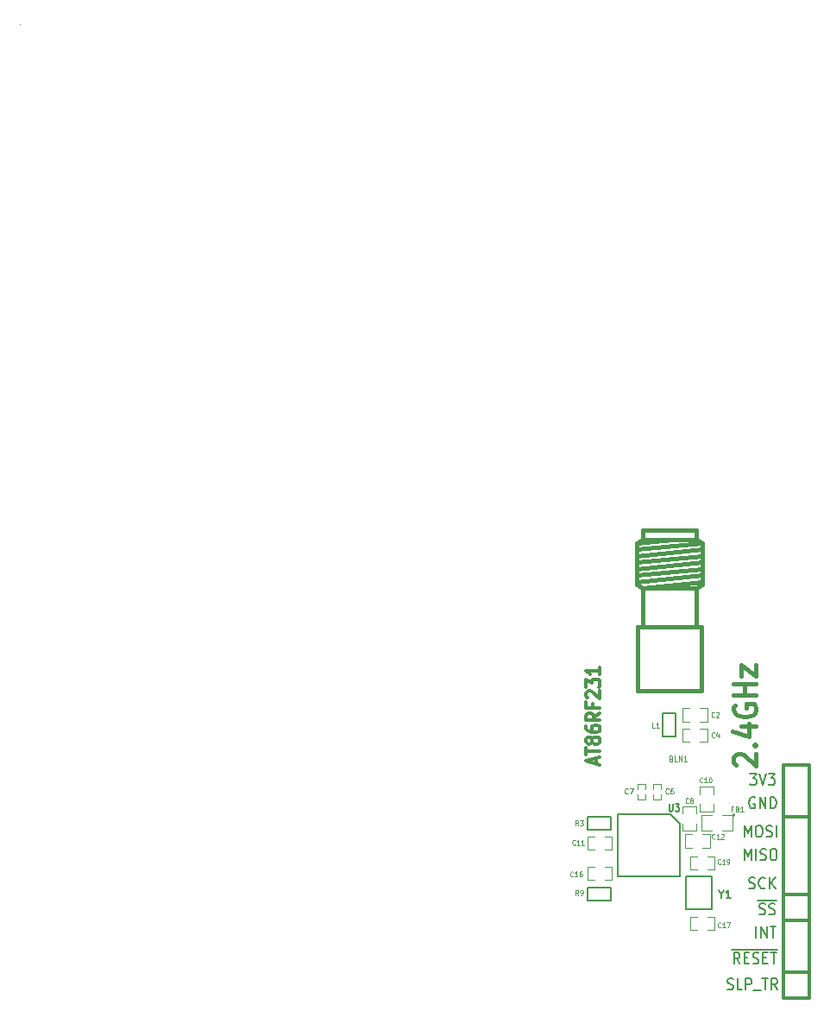
<source format=gto>
G04 (created by PCBNEW (2013-07-24 BZR 4024)-stable) date Mon 03 Mar 2014 03:49:26 PM NZDT*
%MOIN*%
G04 Gerber Fmt 3.4, Leading zero omitted, Abs format*
%FSLAX34Y34*%
G01*
G70*
G90*
G04 APERTURE LIST*
%ADD10C,0.00590551*%
%ADD11C,0.00787402*%
%ADD12C,0.015748*%
%ADD13C,0.0028*%
%ADD14C,0.0039*%
%ADD15C,0.0047*%
%ADD16C,0.005*%
%ADD17C,0.015*%
%ADD18C,0.006*%
%ADD19C,0.012*%
%ADD20C,0.00393701*%
%ADD21C,2.75591e-07*%
%ADD22C,0.0043*%
%ADD23C,0.0045*%
%ADD24C,0.011811*%
G04 APERTURE END LIST*
G54D10*
G54D11*
X27334Y-37254D02*
X27390Y-37275D01*
X27484Y-37275D01*
X27521Y-37254D01*
X27540Y-37234D01*
X27559Y-37192D01*
X27559Y-37151D01*
X27540Y-37110D01*
X27521Y-37089D01*
X27484Y-37069D01*
X27409Y-37048D01*
X27371Y-37027D01*
X27353Y-37007D01*
X27334Y-36965D01*
X27334Y-36924D01*
X27353Y-36883D01*
X27371Y-36862D01*
X27409Y-36842D01*
X27503Y-36842D01*
X27559Y-36862D01*
X27915Y-37275D02*
X27728Y-37275D01*
X27728Y-36842D01*
X28046Y-37275D02*
X28046Y-36842D01*
X28196Y-36842D01*
X28234Y-36862D01*
X28253Y-36883D01*
X28271Y-36924D01*
X28271Y-36986D01*
X28253Y-37027D01*
X28234Y-37048D01*
X28196Y-37069D01*
X28046Y-37069D01*
X28346Y-37316D02*
X28646Y-37316D01*
X28684Y-36842D02*
X28909Y-36842D01*
X28796Y-37275D02*
X28796Y-36842D01*
X29265Y-37275D02*
X29134Y-37069D01*
X29040Y-37275D02*
X29040Y-36842D01*
X29190Y-36842D01*
X29228Y-36862D01*
X29246Y-36883D01*
X29265Y-36924D01*
X29265Y-36986D01*
X29246Y-37027D01*
X29228Y-37048D01*
X29190Y-37069D01*
X29040Y-37069D01*
G54D12*
X27666Y-28612D02*
X27625Y-28574D01*
X27584Y-28499D01*
X27584Y-28312D01*
X27625Y-28237D01*
X27666Y-28199D01*
X27749Y-28162D01*
X27831Y-28162D01*
X27955Y-28199D01*
X28450Y-28649D01*
X28450Y-28162D01*
X28368Y-27824D02*
X28409Y-27787D01*
X28450Y-27824D01*
X28409Y-27862D01*
X28368Y-27824D01*
X28450Y-27824D01*
X27873Y-27112D02*
X28450Y-27112D01*
X27543Y-27299D02*
X28161Y-27487D01*
X28161Y-26999D01*
X27625Y-26287D02*
X27584Y-26362D01*
X27584Y-26475D01*
X27625Y-26587D01*
X27708Y-26662D01*
X27790Y-26700D01*
X27955Y-26737D01*
X28079Y-26737D01*
X28244Y-26700D01*
X28326Y-26662D01*
X28409Y-26587D01*
X28450Y-26475D01*
X28450Y-26400D01*
X28409Y-26287D01*
X28368Y-26250D01*
X28079Y-26250D01*
X28079Y-26400D01*
X28450Y-25912D02*
X27584Y-25912D01*
X27996Y-25912D02*
X27996Y-25462D01*
X28450Y-25462D02*
X27584Y-25462D01*
X27873Y-25162D02*
X27873Y-24750D01*
X28450Y-25162D01*
X28450Y-24750D01*
G54D11*
X27993Y-31375D02*
X27993Y-30942D01*
X28124Y-31251D01*
X28256Y-30942D01*
X28256Y-31375D01*
X28518Y-30942D02*
X28593Y-30942D01*
X28631Y-30962D01*
X28668Y-31004D01*
X28687Y-31086D01*
X28687Y-31230D01*
X28668Y-31313D01*
X28631Y-31354D01*
X28593Y-31375D01*
X28518Y-31375D01*
X28481Y-31354D01*
X28443Y-31313D01*
X28424Y-31230D01*
X28424Y-31086D01*
X28443Y-31004D01*
X28481Y-30962D01*
X28518Y-30942D01*
X28837Y-31354D02*
X28893Y-31375D01*
X28987Y-31375D01*
X29024Y-31354D01*
X29043Y-31334D01*
X29062Y-31292D01*
X29062Y-31251D01*
X29043Y-31210D01*
X29024Y-31189D01*
X28987Y-31169D01*
X28912Y-31148D01*
X28874Y-31127D01*
X28856Y-31107D01*
X28837Y-31065D01*
X28837Y-31024D01*
X28856Y-30983D01*
X28874Y-30962D01*
X28912Y-30942D01*
X29006Y-30942D01*
X29062Y-30962D01*
X29231Y-31375D02*
X29231Y-30942D01*
X27993Y-32275D02*
X27993Y-31842D01*
X28124Y-32151D01*
X28256Y-31842D01*
X28256Y-32275D01*
X28443Y-32275D02*
X28443Y-31842D01*
X28612Y-32254D02*
X28668Y-32275D01*
X28762Y-32275D01*
X28799Y-32254D01*
X28818Y-32234D01*
X28837Y-32192D01*
X28837Y-32151D01*
X28818Y-32110D01*
X28799Y-32089D01*
X28762Y-32069D01*
X28687Y-32048D01*
X28649Y-32027D01*
X28631Y-32007D01*
X28612Y-31965D01*
X28612Y-31924D01*
X28631Y-31883D01*
X28649Y-31862D01*
X28687Y-31842D01*
X28781Y-31842D01*
X28837Y-31862D01*
X29081Y-31842D02*
X29156Y-31842D01*
X29193Y-31862D01*
X29231Y-31904D01*
X29249Y-31986D01*
X29249Y-32130D01*
X29231Y-32213D01*
X29193Y-32254D01*
X29156Y-32275D01*
X29081Y-32275D01*
X29043Y-32254D01*
X29006Y-32213D01*
X28987Y-32130D01*
X28987Y-31986D01*
X29006Y-31904D01*
X29043Y-31862D01*
X29081Y-31842D01*
X28174Y-33354D02*
X28231Y-33375D01*
X28324Y-33375D01*
X28362Y-33354D01*
X28381Y-33334D01*
X28399Y-33292D01*
X28399Y-33251D01*
X28381Y-33210D01*
X28362Y-33189D01*
X28324Y-33169D01*
X28249Y-33148D01*
X28212Y-33127D01*
X28193Y-33107D01*
X28174Y-33065D01*
X28174Y-33024D01*
X28193Y-32983D01*
X28212Y-32962D01*
X28249Y-32942D01*
X28343Y-32942D01*
X28399Y-32962D01*
X28793Y-33334D02*
X28774Y-33354D01*
X28718Y-33375D01*
X28681Y-33375D01*
X28624Y-33354D01*
X28587Y-33313D01*
X28568Y-33272D01*
X28549Y-33189D01*
X28549Y-33127D01*
X28568Y-33045D01*
X28587Y-33004D01*
X28624Y-32962D01*
X28681Y-32942D01*
X28718Y-32942D01*
X28774Y-32962D01*
X28793Y-32983D01*
X28962Y-33375D02*
X28962Y-32942D01*
X29187Y-33375D02*
X29018Y-33127D01*
X29187Y-32942D02*
X28962Y-33189D01*
X28574Y-34354D02*
X28631Y-34375D01*
X28724Y-34375D01*
X28762Y-34354D01*
X28781Y-34334D01*
X28799Y-34292D01*
X28799Y-34251D01*
X28781Y-34210D01*
X28762Y-34189D01*
X28724Y-34169D01*
X28649Y-34148D01*
X28612Y-34127D01*
X28593Y-34107D01*
X28574Y-34065D01*
X28574Y-34024D01*
X28593Y-33983D01*
X28612Y-33962D01*
X28649Y-33942D01*
X28743Y-33942D01*
X28799Y-33962D01*
X28949Y-34354D02*
X29006Y-34375D01*
X29099Y-34375D01*
X29137Y-34354D01*
X29156Y-34334D01*
X29174Y-34292D01*
X29174Y-34251D01*
X29156Y-34210D01*
X29137Y-34189D01*
X29099Y-34169D01*
X29024Y-34148D01*
X28987Y-34127D01*
X28968Y-34107D01*
X28949Y-34065D01*
X28949Y-34024D01*
X28968Y-33983D01*
X28987Y-33962D01*
X29024Y-33942D01*
X29118Y-33942D01*
X29174Y-33962D01*
X28500Y-33822D02*
X29249Y-33822D01*
X28443Y-35275D02*
X28443Y-34842D01*
X28631Y-35275D02*
X28631Y-34842D01*
X28856Y-35275D01*
X28856Y-34842D01*
X28987Y-34842D02*
X29212Y-34842D01*
X29099Y-35275D02*
X29099Y-34842D01*
X27818Y-36275D02*
X27687Y-36069D01*
X27593Y-36275D02*
X27593Y-35842D01*
X27743Y-35842D01*
X27781Y-35862D01*
X27799Y-35883D01*
X27818Y-35924D01*
X27818Y-35986D01*
X27799Y-36027D01*
X27781Y-36048D01*
X27743Y-36069D01*
X27593Y-36069D01*
X27987Y-36048D02*
X28118Y-36048D01*
X28174Y-36275D02*
X27987Y-36275D01*
X27987Y-35842D01*
X28174Y-35842D01*
X28324Y-36254D02*
X28381Y-36275D01*
X28474Y-36275D01*
X28512Y-36254D01*
X28531Y-36234D01*
X28549Y-36192D01*
X28549Y-36151D01*
X28531Y-36110D01*
X28512Y-36089D01*
X28474Y-36069D01*
X28399Y-36048D01*
X28362Y-36027D01*
X28343Y-36007D01*
X28324Y-35965D01*
X28324Y-35924D01*
X28343Y-35883D01*
X28362Y-35862D01*
X28399Y-35842D01*
X28493Y-35842D01*
X28549Y-35862D01*
X28718Y-36048D02*
X28849Y-36048D01*
X28906Y-36275D02*
X28718Y-36275D01*
X28718Y-35842D01*
X28906Y-35842D01*
X29018Y-35842D02*
X29243Y-35842D01*
X29131Y-36275D02*
X29131Y-35842D01*
X27500Y-35722D02*
X29281Y-35722D01*
X28400Y-29862D02*
X28362Y-29842D01*
X28306Y-29842D01*
X28250Y-29862D01*
X28212Y-29904D01*
X28193Y-29945D01*
X28175Y-30027D01*
X28175Y-30089D01*
X28193Y-30172D01*
X28212Y-30213D01*
X28250Y-30254D01*
X28306Y-30275D01*
X28343Y-30275D01*
X28400Y-30254D01*
X28418Y-30234D01*
X28418Y-30089D01*
X28343Y-30089D01*
X28587Y-30275D02*
X28587Y-29842D01*
X28812Y-30275D01*
X28812Y-29842D01*
X28999Y-30275D02*
X28999Y-29842D01*
X29093Y-29842D01*
X29149Y-29862D01*
X29187Y-29904D01*
X29206Y-29945D01*
X29224Y-30027D01*
X29224Y-30089D01*
X29206Y-30172D01*
X29187Y-30213D01*
X29149Y-30254D01*
X29093Y-30275D01*
X28999Y-30275D01*
X28212Y-28942D02*
X28456Y-28942D01*
X28325Y-29107D01*
X28381Y-29107D01*
X28418Y-29127D01*
X28437Y-29148D01*
X28456Y-29189D01*
X28456Y-29292D01*
X28437Y-29334D01*
X28418Y-29354D01*
X28381Y-29375D01*
X28268Y-29375D01*
X28231Y-29354D01*
X28212Y-29334D01*
X28568Y-28942D02*
X28700Y-29375D01*
X28831Y-28942D01*
X28924Y-28942D02*
X29168Y-28942D01*
X29037Y-29107D01*
X29093Y-29107D01*
X29131Y-29127D01*
X29149Y-29148D01*
X29168Y-29189D01*
X29168Y-29292D01*
X29149Y-29334D01*
X29131Y-29354D01*
X29093Y-29375D01*
X28981Y-29375D01*
X28943Y-29354D01*
X28924Y-29334D01*
G54D13*
X24456Y-29725D02*
X24456Y-29925D01*
X24456Y-29925D02*
X24756Y-29925D01*
X24756Y-29925D02*
X24756Y-29725D01*
X24456Y-29525D02*
X24456Y-29325D01*
X24456Y-29325D02*
X24756Y-29325D01*
X24756Y-29325D02*
X24756Y-29525D01*
G54D14*
X27629Y-30526D02*
G75*
G03X27629Y-30526I-50J0D01*
G74*
G01*
X27129Y-30526D02*
X27529Y-30526D01*
X27529Y-30526D02*
X27529Y-31126D01*
X27529Y-31126D02*
X27129Y-31126D01*
X26729Y-31126D02*
X26329Y-31126D01*
X26329Y-31126D02*
X26329Y-30526D01*
X26329Y-30526D02*
X26729Y-30526D01*
G54D15*
X22598Y-31870D02*
X22873Y-31870D01*
X22204Y-31870D02*
X21929Y-31870D01*
X22598Y-31358D02*
X22873Y-31358D01*
X21929Y-31358D02*
X22204Y-31358D01*
X22873Y-31364D02*
X22873Y-31864D01*
X21929Y-31864D02*
X21929Y-31364D01*
X26378Y-31791D02*
X26653Y-31791D01*
X25984Y-31791D02*
X25709Y-31791D01*
X26378Y-31279D02*
X26653Y-31279D01*
X25709Y-31279D02*
X25984Y-31279D01*
X26653Y-31285D02*
X26653Y-31785D01*
X25709Y-31785D02*
X25709Y-31285D01*
X26122Y-30472D02*
X26122Y-30197D01*
X26122Y-30866D02*
X26122Y-31141D01*
X25610Y-30472D02*
X25610Y-30197D01*
X25610Y-31141D02*
X25610Y-30866D01*
X25616Y-30197D02*
X26116Y-30197D01*
X26116Y-31141D02*
X25616Y-31141D01*
X26574Y-34980D02*
X26849Y-34980D01*
X26180Y-34980D02*
X25905Y-34980D01*
X26574Y-34468D02*
X26849Y-34468D01*
X25905Y-34468D02*
X26180Y-34468D01*
X26849Y-34474D02*
X26849Y-34974D01*
X25905Y-34974D02*
X25905Y-34474D01*
X26557Y-32636D02*
X26832Y-32636D01*
X26163Y-32636D02*
X25888Y-32636D01*
X26557Y-32124D02*
X26832Y-32124D01*
X25888Y-32124D02*
X26163Y-32124D01*
X26832Y-32130D02*
X26832Y-32630D01*
X25888Y-32630D02*
X25888Y-32130D01*
X26279Y-27716D02*
X26554Y-27716D01*
X25885Y-27716D02*
X25610Y-27716D01*
X26279Y-27204D02*
X26554Y-27204D01*
X25610Y-27204D02*
X25885Y-27204D01*
X26554Y-27210D02*
X26554Y-27710D01*
X25610Y-27710D02*
X25610Y-27210D01*
X22598Y-33051D02*
X22873Y-33051D01*
X22204Y-33051D02*
X21929Y-33051D01*
X22598Y-32539D02*
X22873Y-32539D01*
X21929Y-32539D02*
X22204Y-32539D01*
X22873Y-32545D02*
X22873Y-33045D01*
X21929Y-33045D02*
X21929Y-32545D01*
G54D16*
X24848Y-27516D02*
X24848Y-26616D01*
X24848Y-26616D02*
X25348Y-26616D01*
X25348Y-26616D02*
X25348Y-27516D01*
X25348Y-27516D02*
X24848Y-27516D01*
X21951Y-30616D02*
X22851Y-30616D01*
X22851Y-30616D02*
X22851Y-31116D01*
X22851Y-31116D02*
X21951Y-31116D01*
X21951Y-31116D02*
X21951Y-30616D01*
X21951Y-33332D02*
X22851Y-33332D01*
X22851Y-33332D02*
X22851Y-33832D01*
X22851Y-33832D02*
X21951Y-33832D01*
X21951Y-33832D02*
X21951Y-33332D01*
G54D13*
X23865Y-29725D02*
X23865Y-29925D01*
X23865Y-29925D02*
X24165Y-29925D01*
X24165Y-29925D02*
X24165Y-29725D01*
X23865Y-29525D02*
X23865Y-29325D01*
X23865Y-29325D02*
X24165Y-29325D01*
X24165Y-29325D02*
X24165Y-29525D01*
G54D15*
X26279Y-26929D02*
X26554Y-26929D01*
X25885Y-26929D02*
X25610Y-26929D01*
X26279Y-26417D02*
X26554Y-26417D01*
X25610Y-26417D02*
X25885Y-26417D01*
X26554Y-26423D02*
X26554Y-26923D01*
X25610Y-26923D02*
X25610Y-26423D01*
G54D17*
X26147Y-19911D02*
X26147Y-19539D01*
X24053Y-19911D02*
X24053Y-19539D01*
X24053Y-23260D02*
X24053Y-21772D01*
X26147Y-23260D02*
X26147Y-21772D01*
X23843Y-20035D02*
X25205Y-19911D01*
X26357Y-21524D02*
X24053Y-21772D01*
X23843Y-21524D02*
X26357Y-21276D01*
X23843Y-21276D02*
X26357Y-21028D01*
X23843Y-21028D02*
X26357Y-20780D01*
X23843Y-20780D02*
X26357Y-20531D01*
X23843Y-20531D02*
X26357Y-20283D01*
X23843Y-20283D02*
X26357Y-20035D01*
X23843Y-20035D02*
X24053Y-19911D01*
X24053Y-19911D02*
X26147Y-19911D01*
X26147Y-19911D02*
X26357Y-20035D01*
X26357Y-20035D02*
X26357Y-21648D01*
X26357Y-21648D02*
X26147Y-21772D01*
X26147Y-21772D02*
X24053Y-21772D01*
X24053Y-21772D02*
X23843Y-21648D01*
X23843Y-21648D02*
X23843Y-20035D01*
X26147Y-19539D02*
X24053Y-19539D01*
X23860Y-23260D02*
X26340Y-23260D01*
X26340Y-23260D02*
X26340Y-25740D01*
X26340Y-25740D02*
X23860Y-25740D01*
X23860Y-25740D02*
X23860Y-23260D01*
G54D18*
X25511Y-30867D02*
X25511Y-32517D01*
X25511Y-32517D02*
X25511Y-32892D01*
X25511Y-32892D02*
X23111Y-32892D01*
X23111Y-32892D02*
X23111Y-30492D01*
X23111Y-30492D02*
X25136Y-30492D01*
X25136Y-30492D02*
X25511Y-30867D01*
G54D15*
X26791Y-29724D02*
X26791Y-29449D01*
X26791Y-30118D02*
X26791Y-30393D01*
X26279Y-29724D02*
X26279Y-29449D01*
X26279Y-30393D02*
X26279Y-30118D01*
X26285Y-29449D02*
X26785Y-29449D01*
X26785Y-30393D02*
X26285Y-30393D01*
G54D10*
X26751Y-32900D02*
X26751Y-34159D01*
X26751Y-34159D02*
X25728Y-34159D01*
X25728Y-34159D02*
X25728Y-32900D01*
X25728Y-32900D02*
X26751Y-32900D01*
G54D19*
X29500Y-34600D02*
X29500Y-34600D01*
X30500Y-34600D02*
X29500Y-34600D01*
X29500Y-34600D02*
X29500Y-34600D01*
X29500Y-34600D02*
X29500Y-30600D01*
X29500Y-30600D02*
X30500Y-30600D01*
X30500Y-30600D02*
X30500Y-34600D01*
X30500Y-33600D02*
X29500Y-33600D01*
X29500Y-28600D02*
X30500Y-28600D01*
X30500Y-28600D02*
X30500Y-30600D01*
X30500Y-30600D02*
X29500Y-30600D01*
X29500Y-30600D02*
X29500Y-28600D01*
X30500Y-37600D02*
X29500Y-37600D01*
X29500Y-37600D02*
X29500Y-34600D01*
X29500Y-34600D02*
X30500Y-34600D01*
X30500Y-34600D02*
X30500Y-37600D01*
X29500Y-36600D02*
X30500Y-36600D01*
G54D20*
X25065Y-29686D02*
X25056Y-29696D01*
X25028Y-29705D01*
X25009Y-29705D01*
X24981Y-29696D01*
X24962Y-29677D01*
X24953Y-29658D01*
X24943Y-29621D01*
X24943Y-29593D01*
X24953Y-29555D01*
X24962Y-29536D01*
X24981Y-29518D01*
X25009Y-29508D01*
X25028Y-29508D01*
X25056Y-29518D01*
X25065Y-29527D01*
X25234Y-29508D02*
X25196Y-29508D01*
X25178Y-29518D01*
X25168Y-29527D01*
X25149Y-29555D01*
X25140Y-29593D01*
X25140Y-29668D01*
X25149Y-29686D01*
X25159Y-29696D01*
X25178Y-29705D01*
X25215Y-29705D01*
X25234Y-29696D01*
X25243Y-29686D01*
X25253Y-29668D01*
X25253Y-29621D01*
X25243Y-29602D01*
X25234Y-29593D01*
X25215Y-29583D01*
X25178Y-29583D01*
X25159Y-29593D01*
X25149Y-29602D01*
X25140Y-29621D01*
G54D21*
X0Y0D02*
X0Y0D01*
X0Y0D01*
X0Y0D01*
X0Y0D01*
X0Y0D01*
X0Y0D01*
X0Y0D01*
X0Y0D01*
X0Y0D01*
X0Y0D01*
X0Y0D01*
X0Y0D01*
X0Y0D01*
X0Y0D01*
X0Y0D01*
X0Y0D01*
X0Y0D01*
X0Y0D01*
X0Y0D01*
X0Y0D02*
X0Y0D01*
X0Y0D02*
X0Y0D01*
X0Y0D02*
X0Y0D01*
X0Y0D01*
X0Y0D01*
X0Y0D01*
X0Y0D01*
X0Y0D01*
X0Y0D01*
X0Y0D01*
X0Y0D01*
X0Y0D02*
X0Y0D01*
X0Y0D01*
X0Y0D01*
X0Y0D01*
X0Y0D01*
X0Y0D01*
X0Y0D01*
X0Y0D01*
X0Y0D01*
X0Y0D01*
X0Y0D01*
X0Y0D01*
X0Y0D01*
X0Y0D01*
X0Y0D01*
X0Y0D01*
X0Y0D01*
X0Y0D01*
X0Y0D02*
X0Y0D01*
X0Y0D01*
X0Y0D02*
X0Y0D01*
X0Y0D02*
X0Y0D01*
X0Y0D01*
X0Y0D02*
X0Y0D01*
X0Y0D01*
X0Y0D02*
X0Y0D01*
X0Y0D02*
X0Y0D01*
X0Y0D01*
X0Y0D02*
X0Y0D01*
X0Y0D01*
X0Y0D02*
X0Y0D01*
X0Y0D02*
X0Y0D01*
X0Y0D01*
X0Y0D02*
X0Y0D01*
X0Y0D01*
G54D22*
X27552Y-30291D02*
X27486Y-30291D01*
X27486Y-30394D02*
X27486Y-30197D01*
X27580Y-30197D01*
X27721Y-30291D02*
X27749Y-30300D01*
X27758Y-30310D01*
X27768Y-30329D01*
X27768Y-30357D01*
X27758Y-30375D01*
X27749Y-30385D01*
X27730Y-30394D01*
X27655Y-30394D01*
X27655Y-30197D01*
X27721Y-30197D01*
X27739Y-30207D01*
X27749Y-30216D01*
X27758Y-30235D01*
X27758Y-30253D01*
X27749Y-30272D01*
X27739Y-30282D01*
X27721Y-30291D01*
X27655Y-30291D01*
X27955Y-30394D02*
X27843Y-30394D01*
X27899Y-30394D02*
X27899Y-30197D01*
X27880Y-30225D01*
X27861Y-30244D01*
X27843Y-30253D01*
G54D23*
X21459Y-31676D02*
X21450Y-31685D01*
X21424Y-31695D01*
X21407Y-31695D01*
X21381Y-31685D01*
X21364Y-31666D01*
X21356Y-31647D01*
X21347Y-31609D01*
X21347Y-31580D01*
X21356Y-31542D01*
X21364Y-31523D01*
X21381Y-31504D01*
X21407Y-31495D01*
X21424Y-31495D01*
X21450Y-31504D01*
X21459Y-31514D01*
X21630Y-31695D02*
X21527Y-31695D01*
X21579Y-31695D02*
X21579Y-31495D01*
X21561Y-31523D01*
X21544Y-31542D01*
X21527Y-31552D01*
X21801Y-31695D02*
X21699Y-31695D01*
X21750Y-31695D02*
X21750Y-31495D01*
X21733Y-31523D01*
X21716Y-31542D01*
X21699Y-31552D01*
X26852Y-31439D02*
X26844Y-31449D01*
X26818Y-31458D01*
X26801Y-31458D01*
X26775Y-31449D01*
X26758Y-31430D01*
X26749Y-31411D01*
X26741Y-31373D01*
X26741Y-31344D01*
X26749Y-31306D01*
X26758Y-31287D01*
X26775Y-31268D01*
X26801Y-31258D01*
X26818Y-31258D01*
X26844Y-31268D01*
X26852Y-31277D01*
X27024Y-31458D02*
X26921Y-31458D01*
X26972Y-31458D02*
X26972Y-31258D01*
X26955Y-31287D01*
X26938Y-31306D01*
X26921Y-31316D01*
X27092Y-31277D02*
X27101Y-31268D01*
X27118Y-31258D01*
X27161Y-31258D01*
X27178Y-31268D01*
X27187Y-31277D01*
X27195Y-31297D01*
X27195Y-31316D01*
X27187Y-31344D01*
X27084Y-31458D01*
X27195Y-31458D01*
X25836Y-30061D02*
X25827Y-30071D01*
X25801Y-30080D01*
X25784Y-30080D01*
X25758Y-30071D01*
X25741Y-30052D01*
X25733Y-30033D01*
X25724Y-29995D01*
X25724Y-29966D01*
X25733Y-29928D01*
X25741Y-29909D01*
X25758Y-29890D01*
X25784Y-29880D01*
X25801Y-29880D01*
X25827Y-29890D01*
X25836Y-29900D01*
X25938Y-29966D02*
X25921Y-29957D01*
X25913Y-29947D01*
X25904Y-29928D01*
X25904Y-29919D01*
X25913Y-29900D01*
X25921Y-29890D01*
X25938Y-29880D01*
X25973Y-29880D01*
X25990Y-29890D01*
X25998Y-29900D01*
X26007Y-29919D01*
X26007Y-29928D01*
X25998Y-29947D01*
X25990Y-29957D01*
X25973Y-29966D01*
X25938Y-29966D01*
X25921Y-29976D01*
X25913Y-29985D01*
X25904Y-30004D01*
X25904Y-30042D01*
X25913Y-30061D01*
X25921Y-30071D01*
X25938Y-30080D01*
X25973Y-30080D01*
X25990Y-30071D01*
X25998Y-30061D01*
X26007Y-30042D01*
X26007Y-30004D01*
X25998Y-29985D01*
X25990Y-29976D01*
X25973Y-29966D01*
X27084Y-34861D02*
X27075Y-34871D01*
X27050Y-34880D01*
X27032Y-34880D01*
X27007Y-34871D01*
X26990Y-34852D01*
X26981Y-34833D01*
X26972Y-34795D01*
X26972Y-34766D01*
X26981Y-34728D01*
X26990Y-34709D01*
X27007Y-34690D01*
X27032Y-34680D01*
X27050Y-34680D01*
X27075Y-34690D01*
X27084Y-34700D01*
X27255Y-34880D02*
X27152Y-34880D01*
X27204Y-34880D02*
X27204Y-34680D01*
X27187Y-34709D01*
X27170Y-34728D01*
X27152Y-34738D01*
X27315Y-34680D02*
X27435Y-34680D01*
X27358Y-34880D01*
X27074Y-32411D02*
X27065Y-32421D01*
X27040Y-32430D01*
X27022Y-32430D01*
X26997Y-32421D01*
X26980Y-32402D01*
X26971Y-32383D01*
X26962Y-32345D01*
X26962Y-32316D01*
X26971Y-32278D01*
X26980Y-32259D01*
X26997Y-32240D01*
X27022Y-32230D01*
X27040Y-32230D01*
X27065Y-32240D01*
X27074Y-32250D01*
X27245Y-32430D02*
X27142Y-32430D01*
X27194Y-32430D02*
X27194Y-32230D01*
X27177Y-32259D01*
X27160Y-32278D01*
X27142Y-32288D01*
X27331Y-32430D02*
X27365Y-32430D01*
X27382Y-32421D01*
X27391Y-32411D01*
X27408Y-32383D01*
X27417Y-32345D01*
X27417Y-32269D01*
X27408Y-32250D01*
X27400Y-32240D01*
X27382Y-32230D01*
X27348Y-32230D01*
X27331Y-32240D01*
X27322Y-32250D01*
X27314Y-32269D01*
X27314Y-32316D01*
X27322Y-32335D01*
X27331Y-32345D01*
X27348Y-32354D01*
X27382Y-32354D01*
X27400Y-32345D01*
X27408Y-32335D01*
X27417Y-32316D01*
X26840Y-27522D02*
X26831Y-27532D01*
X26805Y-27541D01*
X26788Y-27541D01*
X26762Y-27532D01*
X26745Y-27513D01*
X26737Y-27493D01*
X26728Y-27455D01*
X26728Y-27427D01*
X26737Y-27389D01*
X26745Y-27370D01*
X26762Y-27351D01*
X26788Y-27341D01*
X26805Y-27341D01*
X26831Y-27351D01*
X26840Y-27360D01*
X26994Y-27408D02*
X26994Y-27541D01*
X26951Y-27332D02*
X26908Y-27474D01*
X27020Y-27474D01*
X21380Y-32896D02*
X21371Y-32906D01*
X21346Y-32915D01*
X21328Y-32915D01*
X21303Y-32906D01*
X21286Y-32887D01*
X21277Y-32867D01*
X21268Y-32829D01*
X21268Y-32801D01*
X21277Y-32763D01*
X21286Y-32744D01*
X21303Y-32725D01*
X21328Y-32715D01*
X21346Y-32715D01*
X21371Y-32725D01*
X21380Y-32734D01*
X21551Y-32915D02*
X21448Y-32915D01*
X21500Y-32915D02*
X21500Y-32715D01*
X21483Y-32744D01*
X21466Y-32763D01*
X21448Y-32772D01*
X21706Y-32715D02*
X21671Y-32715D01*
X21654Y-32725D01*
X21646Y-32734D01*
X21628Y-32763D01*
X21620Y-32801D01*
X21620Y-32877D01*
X21628Y-32896D01*
X21637Y-32906D01*
X21654Y-32915D01*
X21688Y-32915D01*
X21706Y-32906D01*
X21714Y-32896D01*
X21723Y-32877D01*
X21723Y-32829D01*
X21714Y-32810D01*
X21706Y-32801D01*
X21688Y-32791D01*
X21654Y-32791D01*
X21637Y-32801D01*
X21628Y-32810D01*
X21620Y-32829D01*
X24536Y-27167D02*
X24451Y-27167D01*
X24451Y-26967D01*
X24691Y-27167D02*
X24588Y-27167D01*
X24639Y-27167D02*
X24639Y-26967D01*
X24622Y-26996D01*
X24605Y-27015D01*
X24588Y-27024D01*
X21584Y-30947D02*
X21524Y-30851D01*
X21481Y-30947D02*
X21481Y-30747D01*
X21549Y-30747D01*
X21567Y-30756D01*
X21575Y-30766D01*
X21584Y-30785D01*
X21584Y-30813D01*
X21575Y-30832D01*
X21567Y-30842D01*
X21549Y-30851D01*
X21481Y-30851D01*
X21644Y-30747D02*
X21755Y-30747D01*
X21695Y-30823D01*
X21721Y-30823D01*
X21738Y-30832D01*
X21747Y-30842D01*
X21755Y-30861D01*
X21755Y-30908D01*
X21747Y-30928D01*
X21738Y-30937D01*
X21721Y-30947D01*
X21669Y-30947D01*
X21652Y-30937D01*
X21644Y-30928D01*
X21584Y-33624D02*
X21524Y-33529D01*
X21481Y-33624D02*
X21481Y-33424D01*
X21549Y-33424D01*
X21567Y-33433D01*
X21575Y-33443D01*
X21584Y-33462D01*
X21584Y-33490D01*
X21575Y-33509D01*
X21567Y-33519D01*
X21549Y-33529D01*
X21481Y-33529D01*
X21669Y-33624D02*
X21704Y-33624D01*
X21721Y-33614D01*
X21729Y-33605D01*
X21747Y-33576D01*
X21755Y-33538D01*
X21755Y-33462D01*
X21747Y-33443D01*
X21738Y-33433D01*
X21721Y-33424D01*
X21687Y-33424D01*
X21669Y-33433D01*
X21661Y-33443D01*
X21652Y-33462D01*
X21652Y-33509D01*
X21661Y-33529D01*
X21669Y-33538D01*
X21687Y-33548D01*
X21721Y-33548D01*
X21738Y-33538D01*
X21747Y-33529D01*
X21755Y-33509D01*
G54D20*
X23490Y-29686D02*
X23481Y-29696D01*
X23453Y-29705D01*
X23434Y-29705D01*
X23406Y-29696D01*
X23387Y-29677D01*
X23378Y-29658D01*
X23368Y-29621D01*
X23368Y-29593D01*
X23378Y-29555D01*
X23387Y-29536D01*
X23406Y-29518D01*
X23434Y-29508D01*
X23453Y-29508D01*
X23481Y-29518D01*
X23490Y-29527D01*
X23556Y-29508D02*
X23687Y-29508D01*
X23603Y-29705D01*
G54D23*
X26840Y-26735D02*
X26831Y-26744D01*
X26805Y-26754D01*
X26788Y-26754D01*
X26762Y-26744D01*
X26745Y-26725D01*
X26737Y-26706D01*
X26728Y-26668D01*
X26728Y-26639D01*
X26737Y-26601D01*
X26745Y-26582D01*
X26762Y-26563D01*
X26788Y-26554D01*
X26805Y-26554D01*
X26831Y-26563D01*
X26840Y-26573D01*
X26908Y-26573D02*
X26917Y-26563D01*
X26934Y-26554D01*
X26977Y-26554D01*
X26994Y-26563D01*
X27002Y-26573D01*
X27011Y-26592D01*
X27011Y-26611D01*
X27002Y-26639D01*
X26900Y-26754D01*
X27011Y-26754D01*
G54D20*
X25170Y-28357D02*
X25198Y-28368D01*
X25208Y-28380D01*
X25217Y-28402D01*
X25217Y-28436D01*
X25208Y-28458D01*
X25198Y-28470D01*
X25179Y-28481D01*
X25104Y-28481D01*
X25104Y-28245D01*
X25170Y-28245D01*
X25189Y-28256D01*
X25198Y-28267D01*
X25208Y-28290D01*
X25208Y-28312D01*
X25198Y-28335D01*
X25189Y-28346D01*
X25170Y-28357D01*
X25104Y-28357D01*
X25395Y-28481D02*
X25301Y-28481D01*
X25301Y-28245D01*
X25461Y-28481D02*
X25461Y-28245D01*
X25573Y-28481D01*
X25573Y-28245D01*
X25770Y-28481D02*
X25658Y-28481D01*
X25714Y-28481D02*
X25714Y-28245D01*
X25695Y-28278D01*
X25676Y-28301D01*
X25658Y-28312D01*
G54D10*
X25095Y-30111D02*
X25095Y-30334D01*
X25106Y-30360D01*
X25118Y-30374D01*
X25140Y-30387D01*
X25185Y-30387D01*
X25208Y-30374D01*
X25219Y-30360D01*
X25230Y-30334D01*
X25230Y-30111D01*
X25320Y-30111D02*
X25466Y-30111D01*
X25388Y-30216D01*
X25421Y-30216D01*
X25444Y-30229D01*
X25455Y-30242D01*
X25466Y-30269D01*
X25466Y-30334D01*
X25455Y-30360D01*
X25444Y-30374D01*
X25421Y-30387D01*
X25354Y-30387D01*
X25331Y-30374D01*
X25320Y-30360D01*
G54D24*
X22263Y-28556D02*
X22263Y-28331D01*
X22415Y-28601D02*
X21883Y-28443D01*
X22415Y-28286D01*
X21883Y-28196D02*
X21883Y-27926D01*
X22415Y-28061D02*
X21883Y-28061D01*
X22111Y-27701D02*
X22086Y-27746D01*
X22060Y-27768D01*
X22010Y-27791D01*
X21984Y-27791D01*
X21934Y-27768D01*
X21908Y-27746D01*
X21883Y-27701D01*
X21883Y-27611D01*
X21908Y-27566D01*
X21934Y-27543D01*
X21984Y-27521D01*
X22010Y-27521D01*
X22060Y-27543D01*
X22086Y-27566D01*
X22111Y-27611D01*
X22111Y-27701D01*
X22136Y-27746D01*
X22162Y-27768D01*
X22212Y-27791D01*
X22313Y-27791D01*
X22364Y-27768D01*
X22389Y-27746D01*
X22415Y-27701D01*
X22415Y-27611D01*
X22389Y-27566D01*
X22364Y-27543D01*
X22313Y-27521D01*
X22212Y-27521D01*
X22162Y-27543D01*
X22136Y-27566D01*
X22111Y-27611D01*
X21883Y-27116D02*
X21883Y-27206D01*
X21908Y-27251D01*
X21934Y-27273D01*
X22010Y-27318D01*
X22111Y-27341D01*
X22313Y-27341D01*
X22364Y-27318D01*
X22389Y-27296D01*
X22415Y-27251D01*
X22415Y-27161D01*
X22389Y-27116D01*
X22364Y-27093D01*
X22313Y-27071D01*
X22187Y-27071D01*
X22136Y-27093D01*
X22111Y-27116D01*
X22086Y-27161D01*
X22086Y-27251D01*
X22111Y-27296D01*
X22136Y-27318D01*
X22187Y-27341D01*
X22415Y-26598D02*
X22162Y-26756D01*
X22415Y-26868D02*
X21883Y-26868D01*
X21883Y-26688D01*
X21908Y-26643D01*
X21934Y-26621D01*
X21984Y-26598D01*
X22060Y-26598D01*
X22111Y-26621D01*
X22136Y-26643D01*
X22162Y-26688D01*
X22162Y-26868D01*
X22136Y-26238D02*
X22136Y-26396D01*
X22415Y-26396D02*
X21883Y-26396D01*
X21883Y-26171D01*
X21934Y-26013D02*
X21908Y-25991D01*
X21883Y-25946D01*
X21883Y-25833D01*
X21908Y-25788D01*
X21934Y-25766D01*
X21984Y-25743D01*
X22035Y-25743D01*
X22111Y-25766D01*
X22415Y-26036D01*
X22415Y-25743D01*
X21883Y-25586D02*
X21883Y-25293D01*
X22086Y-25451D01*
X22086Y-25383D01*
X22111Y-25338D01*
X22136Y-25316D01*
X22187Y-25293D01*
X22313Y-25293D01*
X22364Y-25316D01*
X22389Y-25338D01*
X22415Y-25383D01*
X22415Y-25518D01*
X22389Y-25563D01*
X22364Y-25586D01*
X22415Y-24843D02*
X22415Y-25113D01*
X22415Y-24978D02*
X21883Y-24978D01*
X21959Y-25023D01*
X22010Y-25068D01*
X22035Y-25113D01*
G54D23*
X26384Y-29261D02*
X26375Y-29271D01*
X26350Y-29280D01*
X26332Y-29280D01*
X26307Y-29271D01*
X26290Y-29252D01*
X26281Y-29233D01*
X26272Y-29195D01*
X26272Y-29166D01*
X26281Y-29128D01*
X26290Y-29109D01*
X26307Y-29090D01*
X26332Y-29080D01*
X26350Y-29080D01*
X26375Y-29090D01*
X26384Y-29100D01*
X26555Y-29280D02*
X26452Y-29280D01*
X26504Y-29280D02*
X26504Y-29080D01*
X26487Y-29109D01*
X26470Y-29128D01*
X26452Y-29138D01*
X26667Y-29080D02*
X26684Y-29080D01*
X26701Y-29090D01*
X26710Y-29100D01*
X26718Y-29119D01*
X26727Y-29157D01*
X26727Y-29204D01*
X26718Y-29242D01*
X26710Y-29261D01*
X26701Y-29271D01*
X26684Y-29280D01*
X26667Y-29280D01*
X26650Y-29271D01*
X26641Y-29261D01*
X26632Y-29242D01*
X26624Y-29204D01*
X26624Y-29157D01*
X26632Y-29119D01*
X26641Y-29100D01*
X26650Y-29090D01*
X26667Y-29080D01*
G54D10*
X27094Y-33599D02*
X27094Y-33749D01*
X26989Y-33434D02*
X27094Y-33599D01*
X27199Y-33434D01*
X27469Y-33749D02*
X27289Y-33749D01*
X27379Y-33749D02*
X27379Y-33434D01*
X27349Y-33479D01*
X27319Y-33509D01*
X27289Y-33524D01*
M02*

</source>
